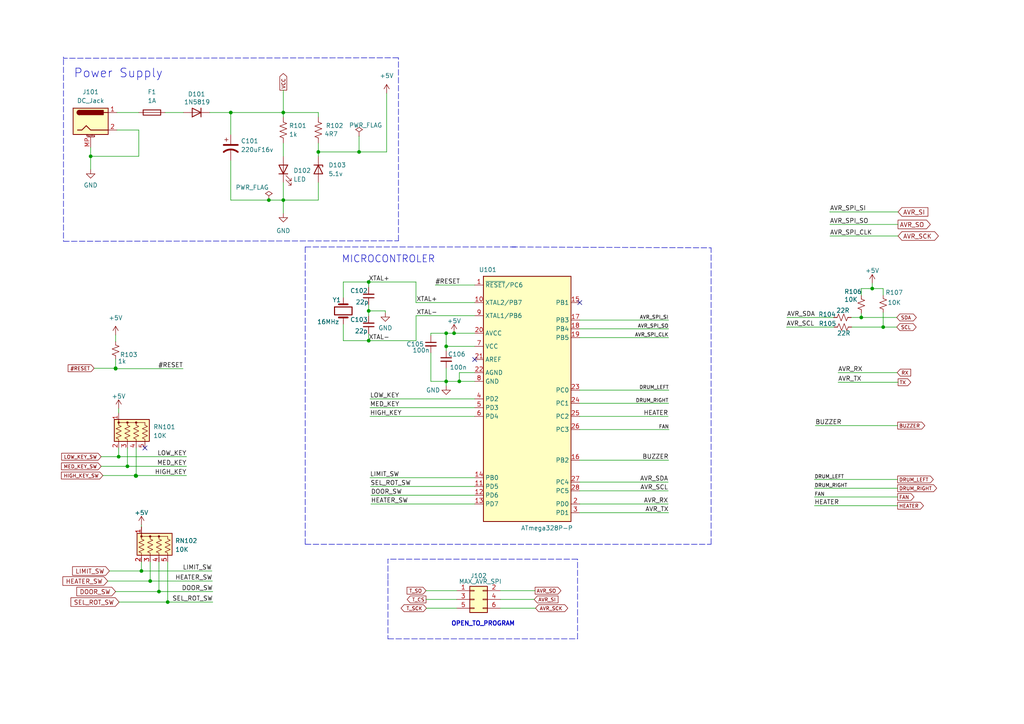
<source format=kicad_sch>
(kicad_sch (version 20211123) (generator eeschema)
  (paper "A4")
  (title_block (title "MCU AND POWER SECTION") (date "2022-11-14") (rev "V1.1"))
  (lib_symbols
    (symbol "Connector:Barrel_Jack_MountingPin" (pin_names hide)
      (property "Reference" "J" (at 0 5.334 0))
      (property "Value" "Barrel_Jack_MountingPin" (at 1.27 -6.35 0))
      (symbol "Barrel_Jack_MountingPin_0_1"
        (rectangle (start -5.08 3.81) (end 5.08 -3.81) (stroke (width 0.254)) (fill (type background)))
        (arc (start -3.302 3.175) (mid -3.937 2.54) (end -3.302 1.905) (stroke (width 0.254)))
        (arc (start -3.302 3.175) (mid -3.937 2.54) (end -3.302 1.905) (stroke (width 0.254)) (fill (type outline)))
        (polyline (pts (xy 5.08 2.54) (xy 3.81 2.54)) (stroke (width 0.254)))
        (polyline (pts (xy -3.81 -2.54) (xy -2.54 -2.54) (xy -1.27 -1.27) (xy 0 -2.54) (xy 2.54 -2.54) (xy 5.08 -2.54)) (stroke (width 0.254)))
        (rectangle (start 3.683 3.175) (end -3.302 1.905) (stroke (width 0.254)) (fill (type outline)))
      )
      (symbol "Barrel_Jack_MountingPin_1_1"
        (polyline (pts (xy -1.016 -4.572) (xy 1.016 -4.572)) (stroke (width 0.1524)))
        (text "Mounting" (at 0 -4.191 0) (effects (font (size 0.381 0.381))))
        (pin passive line (at 7.62 2.54 180) (length 2.54) (name "~") (number "1"))
        (pin passive line (at 7.62 -2.54 180) (length 2.54) (name "~") (number "2"))
        (pin passive line (at 0 -7.62 90) (length 3.048) (name "MountPin") (number "MP"))
      )
    )
    (symbol "Connector_Generic:Conn_02x03_Odd_Even" (pin_names (offset 1.016) hide)
      (property "Reference" "J" (at 1.27 5.08 0))
      (property "Value" "Conn_02x03_Odd_Even" (at 1.27 -5.08 0))
      (symbol "Conn_02x03_Odd_Even_1_1"
        (rectangle (start -1.27 -2.413) (end 0 -2.667) (stroke (width 0.1524)))
        (rectangle (start -1.27 0.127) (end 0 -0.127) (stroke (width 0.1524)))
        (rectangle (start -1.27 2.667) (end 0 2.413) (stroke (width 0.1524)))
        (rectangle (start -1.27 3.81) (end 3.81 -3.81) (stroke (width 0.254)) (fill (type background)))
        (rectangle (start 3.81 -2.413) (end 2.54 -2.667) (stroke (width 0.1524)))
        (rectangle (start 3.81 0.127) (end 2.54 -0.127) (stroke (width 0.1524)))
        (rectangle (start 3.81 2.667) (end 2.54 2.413) (stroke (width 0.1524)))
        (pin passive line (at -5.08 2.54 0) (length 3.81) (name "Pin_1") (number "1"))
        (pin passive line (at 7.62 2.54 180) (length 3.81) (name "Pin_2") (number "2"))
        (pin passive line (at -5.08 0 0) (length 3.81) (name "Pin_3") (number "3"))
        (pin passive line (at 7.62 0 180) (length 3.81) (name "Pin_4") (number "4"))
        (pin passive line (at -5.08 -2.54 0) (length 3.81) (name "Pin_5") (number "5"))
        (pin passive line (at 7.62 -2.54 180) (length 3.81) (name "Pin_6") (number "6"))
      )
    )
    (symbol "Device:C_Polarized_US" (pin_numbers hide) (pin_names (offset 0.254) hide)
      (property "Reference" "C" (at 0.635 2.54 0))
      (property "Value" "C_Polarized_US" (at 0.635 -2.54 0))
      (symbol "C_Polarized_US_0_1"
        (polyline (pts (xy -2.032 0.762) (xy 2.032 0.762)) (stroke (width 0.508)))
        (polyline (pts (xy -1.778 2.286) (xy -0.762 2.286)))
        (polyline (pts (xy -1.27 1.778) (xy -1.27 2.794)))
        (arc (start 2.032 -1.27) (mid 0 -0.5572) (end -2.032 -1.27) (stroke (width 0.508)))
      )
      (symbol "C_Polarized_US_1_1"
        (pin passive line (at 0 3.81 270) (length 2.794) (name "~") (number "1"))
        (pin passive line (at 0 -3.81 90) (length 3.302) (name "~") (number "2"))
      )
    )
    (symbol "Device:C_Small" (pin_numbers hide) (pin_names (offset 0.254) hide)
      (property "Reference" "C" (at 0.254 1.778 0))
      (property "Value" "C_Small" (at 0.254 -2.032 0))
      (symbol "C_Small_0_1"
        (polyline (pts (xy -1.524 -0.508) (xy 1.524 -0.508)) (stroke (width 0.3302)))
        (polyline (pts (xy -1.524 0.508) (xy 1.524 0.508)) (stroke (width 0.3048)))
      )
      (symbol "C_Small_1_1"
        (pin passive line (at 0 2.54 270) (length 2.032) (name "~") (number "1"))
        (pin passive line (at 0 -2.54 90) (length 2.032) (name "~") (number "2"))
      )
    )
    (symbol "Device:Crystal" (pin_numbers hide) (pin_names (offset 1.016) hide)
      (property "Reference" "Y" (at 0 3.81 0))
      (property "Value" "Crystal" (at 0 -3.81 0))
      (symbol "Crystal_0_1"
        (rectangle (start -1.143 2.54) (end 1.143 -2.54) (stroke (width 0.3048)))
        (polyline (pts (xy -2.54 0) (xy -1.905 0)))
        (polyline (pts (xy -1.905 -1.27) (xy -1.905 1.27)) (stroke (width 0.508)))
        (polyline (pts (xy 1.905 -1.27) (xy 1.905 1.27)) (stroke (width 0.508)))
        (polyline (pts (xy 2.54 0) (xy 1.905 0)))
      )
      (symbol "Crystal_1_1"
        (pin passive line (at -3.81 0 0) (length 1.27) (name "1") (number "1"))
        (pin passive line (at 3.81 0 180) (length 1.27) (name "2") (number "2"))
      )
    )
    (symbol "Device:D" (pin_numbers hide) (pin_names (offset 1.016) hide)
      (property "Reference" "D" (at 0 2.54 0))
      (property "Value" "D" (at 0 -2.54 0))
      (symbol "D_0_1"
        (polyline (pts (xy -1.27 1.27) (xy -1.27 -1.27)) (stroke (width 0.254)))
        (polyline (pts (xy 1.27 0) (xy -1.27 0)))
        (polyline (pts (xy 1.27 1.27) (xy 1.27 -1.27) (xy -1.27 0) (xy 1.27 1.27)) (stroke (width 0.254)))
      )
      (symbol "D_1_1"
        (pin passive line (at -3.81 0 0) (length 2.54) (name "K") (number "1"))
        (pin passive line (at 3.81 0 180) (length 2.54) (name "A") (number "2"))
      )
    )
    (symbol "Device:D_Zener" (pin_numbers hide) (pin_names (offset 1.016) hide)
      (property "Reference" "D" (at 0 2.54 0))
      (property "Value" "D_Zener" (at 0 -2.54 0))
      (symbol "D_Zener_0_1"
        (polyline (pts (xy 1.27 0) (xy -1.27 0)))
        (polyline (pts (xy -1.27 -1.27) (xy -1.27 1.27) (xy -0.762 1.27)) (stroke (width 0.254)))
        (polyline (pts (xy 1.27 -1.27) (xy 1.27 1.27) (xy -1.27 0) (xy 1.27 -1.27)) (stroke (width 0.254)))
      )
      (symbol "D_Zener_1_1"
        (pin passive line (at -3.81 0 0) (length 2.54) (name "K") (number "1"))
        (pin passive line (at 3.81 0 180) (length 2.54) (name "A") (number "2"))
      )
    )
    (symbol "Device:Fuse" (pin_numbers hide) (pin_names (offset 0))
      (property "Reference" "F" (at 2.032 0 90))
      (property "Value" "Fuse" (at -1.905 0 90))
      (symbol "Fuse_0_1"
        (rectangle (start -0.762 -2.54) (end 0.762 2.54) (stroke (width 0.254)))
        (polyline (pts (xy 0 2.54) (xy 0 -2.54)))
      )
      (symbol "Fuse_1_1"
        (pin passive line (at 0 3.81 270) (length 1.27) (name "~") (number "1"))
        (pin passive line (at 0 -3.81 90) (length 1.27) (name "~") (number "2"))
      )
    )
    (symbol "Device:LED" (pin_numbers hide) (pin_names (offset 1.016) hide)
      (property "Reference" "D" (at 0 2.54 0))
      (property "Value" "LED" (at 0 -2.54 0))
      (symbol "LED_0_1"
        (polyline (pts (xy -1.27 -1.27) (xy -1.27 1.27)) (stroke (width 0.254)))
        (polyline (pts (xy -1.27 0) (xy 1.27 0)))
        (polyline (pts (xy 1.27 -1.27) (xy 1.27 1.27) (xy -1.27 0) (xy 1.27 -1.27)) (stroke (width 0.254)))
        (polyline (pts (xy -3.048 -0.762) (xy -4.572 -2.286) (xy -3.81 -2.286) (xy -4.572 -2.286) (xy -4.572 -1.524)))
        (polyline (pts (xy -1.778 -0.762) (xy -3.302 -2.286) (xy -2.54 -2.286) (xy -3.302 -2.286) (xy -3.302 -1.524)))
      )
      (symbol "LED_1_1"
        (pin passive line (at -3.81 0 0) (length 2.54) (name "K") (number "1"))
        (pin passive line (at 3.81 0 180) (length 2.54) (name "A") (number "2"))
      )
    )
    (symbol "Device:R_Network04_US" (pin_names (offset 0) hide)
      (property "Reference" "RN" (at -7.62 0 90))
      (property "Value" "R_Network04_US" (at 5.08 0 90))
      (symbol "R_Network04_US_0_1"
        (rectangle (start -6.35 -3.175) (end 3.81 3.175) (stroke (width 0.254)) (fill (type background)))
        (circle (center -5.08 2.286) (radius 0.254) (fill (type outline)))
        (circle (center -2.54 2.286) (radius 0.254) (fill (type outline)))
        (polyline (pts (xy -5.08 2.286) (xy 2.54 2.286)))
        (polyline (pts (xy -5.08 2.286) (xy -5.08 1.524) (xy -4.318 1.1684) (xy -5.842 0.508) (xy -4.318 -0.1524) (xy -5.842 -0.8382) (xy -4.318 -1.524) (xy -5.842 -2.1844) (xy -5.08 -2.54) (xy -5.08 -3.81)))
        (polyline (pts (xy -2.54 2.286) (xy -2.54 1.524) (xy -1.778 1.1684) (xy -3.302 0.508) (xy -1.778 -0.1524) (xy -3.302 -0.8382) (xy -1.778 -1.524) (xy -3.302 -2.1844) (xy -2.54 -2.54) (xy -2.54 -3.81)))
        (polyline (pts (xy 0 2.286) (xy 0 1.524) (xy 0.762 1.1684) (xy -0.762 0.508) (xy 0.762 -0.1524) (xy -0.762 -0.8382) (xy 0.762 -1.524) (xy -0.762 -2.1844) (xy 0 -2.54) (xy 0 -3.81)))
        (polyline (pts (xy 2.54 2.286) (xy 2.54 1.524) (xy 3.302 1.1684) (xy 1.778 0.508) (xy 3.302 -0.1524) (xy 1.778 -0.8382) (xy 3.302 -1.524) (xy 1.778 -2.1844) (xy 2.54 -2.54) (xy 2.54 -3.81)))
        (circle (center 0 2.286) (radius 0.254) (fill (type outline)))
      )
      (symbol "R_Network04_US_1_1"
        (pin passive line (at -5.08 5.08 270) (length 2.54) (name "common") (number "1"))
        (pin passive line (at -5.08 -5.08 90) (length 1.27) (name "R1") (number "2"))
        (pin passive line (at -2.54 -5.08 90) (length 1.27) (name "R2") (number "3"))
        (pin passive line (at 0 -5.08 90) (length 1.27) (name "R3") (number "4"))
        (pin passive line (at 2.54 -5.08 90) (length 1.27) (name "R4") (number "5"))
      )
    )
    (symbol "Device:R_Small_US" (pin_numbers hide) (pin_names (offset 0.254) hide)
      (property "Reference" "R" (at 0.762 0.508 0))
      (property "Value" "R_Small_US" (at 0.762 -1.016 0))
      (symbol "R_Small_US_1_1"
        (polyline (pts (xy 0 0) (xy 1.016 -0.381) (xy 0 -0.762) (xy -1.016 -1.143) (xy 0 -1.524)))
        (polyline (pts (xy 0 1.524) (xy 1.016 1.143) (xy 0 0.762) (xy -1.016 0.381) (xy 0 0)))
        (pin passive line (at 0 2.54 270) (length 1.016) (name "~") (number "1"))
        (pin passive line (at 0 -2.54 90) (length 1.016) (name "~") (number "2"))
      )
    )
    (symbol "Device:R_US" (pin_numbers hide) (pin_names (offset 0))
      (property "Reference" "R" (at 2.54 0 90))
      (property "Value" "R_US" (at -2.54 0 90))
      (symbol "R_US_0_1"
        (polyline (pts (xy 0 -2.286) (xy 0 -2.54)))
        (polyline (pts (xy 0 2.286) (xy 0 2.54)))
        (polyline (pts (xy 0 -0.762) (xy 1.016 -1.143) (xy 0 -1.524) (xy -1.016 -1.905) (xy 0 -2.286)))
        (polyline (pts (xy 0 0.762) (xy 1.016 0.381) (xy 0 0) (xy -1.016 -0.381) (xy 0 -0.762)))
        (polyline (pts (xy 0 2.286) (xy 1.016 1.905) (xy 0 1.524) (xy -1.016 1.143) (xy 0 0.762)))
      )
      (symbol "R_US_1_1"
        (pin passive line (at 0 3.81 270) (length 1.27) (name "~") (number "1"))
        (pin passive line (at 0 -3.81 90) (length 1.27) (name "~") (number "2"))
      )
    )
    (symbol "MCU_Microchip_ATmega:ATmega328P-P"
      (property "Reference" "U?" (at -11.43 37.465 0))
      (property "Value" "ATmega328P-P" (at 5.715 -37.465 0))
      (symbol "ATmega328P-P_0_1"
        (rectangle (start -12.7 -35.56) (end 12.7 35.56) (stroke (width 0.254)) (fill (type background)))
      )
      (symbol "ATmega328P-P_1_1"
        (pin bidirectional line (at -15.24 33.02 0) (length 2.54) (name "~{RESET}/PC6") (number "1"))
        (pin bidirectional line (at -15.24 27.94 0) (length 2.54) (name "XTAL2/PB7") (number "10"))
        (pin bidirectional line (at -15.24 -25.4 0) (length 2.54) (name "PD5") (number "11"))
        (pin bidirectional line (at -15.24 -27.94 0) (length 2.54) (name "PD6") (number "12"))
        (pin bidirectional line (at -15.24 -30.48 0) (length 2.54) (name "PD7") (number "13"))
        (pin bidirectional line (at -15.24 -22.86 0) (length 2.54) (name "PB0") (number "14"))
        (pin bidirectional line (at 15.24 27.94 180) (length 2.54) (name "PB1") (number "15"))
        (pin bidirectional line (at 15.24 -17.78 180) (length 2.54) (name "PB2") (number "16"))
        (pin bidirectional line (at 15.24 22.86 180) (length 2.54) (name "PB3") (number "17"))
        (pin bidirectional line (at 15.24 20.32 180) (length 2.54) (name "PB4") (number "18"))
        (pin bidirectional line (at 15.24 17.78 180) (length 2.54) (name "PB5") (number "19"))
        (pin bidirectional line (at 15.24 -30.48 180) (length 2.54) (name "PD0") (number "2"))
        (pin power_in line (at -15.24 19.05 0) (length 2.54) (name "AVCC") (number "20"))
        (pin passive line (at -15.24 11.43 0) (length 2.54) (name "AREF") (number "21"))
        (pin power_in line (at -15.24 7.62 0) (length 2.54) (name "AGND") (number "22"))
        (pin bidirectional line (at 15.24 2.54 180) (length 2.54) (name "PC0") (number "23"))
        (pin bidirectional line (at 15.24 -1.27 180) (length 2.54) (name "PC1") (number "24"))
        (pin bidirectional line (at 15.24 -5.08 180) (length 2.54) (name "PC2") (number "25"))
        (pin bidirectional line (at 15.24 -8.89 180) (length 2.54) (name "PC3") (number "26"))
        (pin bidirectional line (at 15.24 -24.13 180) (length 2.54) (name "PC4") (number "27"))
        (pin bidirectional line (at 15.24 -26.67 180) (length 2.54) (name "PC5") (number "28"))
        (pin bidirectional line (at 15.24 -33.02 180) (length 2.54) (name "PD1") (number "3"))
        (pin bidirectional line (at -15.24 0 0) (length 2.54) (name "PD2") (number "4"))
        (pin bidirectional line (at -15.24 -2.54 0) (length 2.54) (name "PD3") (number "5"))
        (pin bidirectional line (at -15.24 -5.08 0) (length 2.54) (name "PD4") (number "6"))
        (pin power_in line (at -15.24 15.24 0) (length 2.54) (name "VCC") (number "7"))
        (pin power_in line (at -15.24 5.08 0) (length 2.54) (name "GND") (number "8"))
        (pin bidirectional line (at -15.24 24.13 0) (length 2.54) (name "XTAL1/PB6") (number "9"))
      )
    )
    (symbol "power:+5V" (power) (pin_names (offset 0))
      (property "Value" "+5V" (at 0 3.556 0))
      (symbol "+5V_0_1"
        (polyline (pts (xy -0.762 1.27) (xy 0 2.54)))
        (polyline (pts (xy 0 0) (xy 0 2.54)))
        (polyline (pts (xy 0 2.54) (xy 0.762 1.27)))
      )
      (symbol "+5V_1_1"
        (pin power_in line (at 0 0 90) (length 0) hide (name "+5V") (number "1"))
      )
    )
    (symbol "power:GND" (power) (pin_names (offset 0))
      (property "Value" "GND" (at 0 -3.81 0))
      (symbol "GND_0_1"
        (polyline (pts (xy 0 0) (xy 0 -1.27) (xy 1.27 -1.27) (xy 0 -2.54) (xy -1.27 -1.27) (xy 0 -1.27)))
      )
      (symbol "GND_1_1"
        (pin power_in line (at 0 0 270) (length 0) hide (name "GND") (number "1"))
      )
    )
    (symbol "power:PWR_FLAG" (power) (pin_numbers hide) (pin_names (offset 0) hide)
      (property "Value" "PWR_FLAG" (at 0 3.81 0))
      (symbol "PWR_FLAG_0_0"
        (pin power_out line (at 0 0 90) (length 0) (name "pwr") (number "1"))
      )
      (symbol "PWR_FLAG_0_1"
        (polyline (pts (xy 0 0) (xy 0 1.27) (xy -1.016 1.905) (xy 0 2.54) (xy 1.016 1.905) (xy 0 1.27)))
      )
    )
  )
  (junction (at 39.497 138.049))
  (junction (at 26.289 45.339))
  (junction (at 43.561 168.529))
  (junction (at 104.14 44.069))
  (junction (at 106.934 90.17))
  (junction (at 33.528 106.807))
  (junction (at 39.37 138.049))
  (junction (at 66.929 32.639))
  (junction (at 33.528 106.934))
  (junction (at 256.159 94.869))
  (junction (at 46.101 171.577))
  (junction (at 129.413 96.647))
  (junction (at 129.413 110.617))
  (junction (at 77.978 58.039))
  (junction (at 133.223 110.617))
  (junction (at 41.021 165.608))
  (junction (at 92.329 44.069))
  (junction (at 82.169 32.639))
  (junction (at 36.957 135.255))
  (junction (at 34.417 132.461))
  (junction (at 249.809 92.075))
  (junction (at 106.934 81.788))
  (junction (at 106.934 98.806))
  (junction (at 39.37 137.922))
  (junction (at 48.641 174.625))
  (junction (at 82.169 58.039))
  (junction (at 252.984 83.693))
  (junction (at 131.699 96.647))
  (junction (at 129.413 100.457))
  (no_connect (at 168.148 87.757))
  (no_connect (at 42.037 129.921))
  (no_connect (at 137.668 104.267))
  (wire (pts (xy 48.641 162.941) (xy 48.641 174.625)))
  (wire (pts (xy 249.809 92.075) (xy 260.096 92.075)))
  (wire (pts (xy 43.561 168.529) (xy 61.595 168.529)))
  (wire (pts (xy 34.417 118.491) (xy 34.417 119.761)))
  (wire (pts (xy 41.021 165.608) (xy 61.468 165.608)))
  (wire (pts (xy 260.477 61.468) (xy 240.7158 61.468)))
  (wire (pts (xy 129.413 106.807) (xy 129.413 110.617)))
  (wire (pts (xy 249.809 85.725) (xy 249.809 83.693)))
  (wire (pts (xy 33.528 171.577) (xy 46.101 171.577)))
  (polyline (pts (xy 115.57 16.764) (xy 18.415 16.891)))
  (wire (pts (xy 31.242 168.529) (xy 43.561 168.529)))
  (wire (pts (xy 124.968 110.617) (xy 129.413 110.617)))
  (wire (pts (xy 40.259 37.719) (xy 40.259 45.339)))
  (polyline (pts (xy 167.513 185.293) (xy 167.513 162.179)))
  (polyline (pts (xy 88.519 71.628) (xy 88.519 157.861)))
  (wire (pts (xy 129.413 96.647) (xy 131.699 96.647)))
  (wire (pts (xy 36.957 135.255) (xy 54.102 135.255)))
  (polyline (pts (xy 112.522 168.021) (xy 112.522 162.179)))
  (wire (pts (xy 107.569 146.177) (xy 137.668 146.177)))
  (wire (pts (xy 240.7158 61.4172) (xy 240.7158 61.468)))
  (wire (pts (xy 92.329 58.039) (xy 82.169 58.039)))
  (wire (pts (xy 41.021 162.941) (xy 41.021 165.608)))
  (wire (pts (xy 168.148 116.967) (xy 193.929 116.967)))
  (wire (pts (xy 82.169 52.959) (xy 82.169 58.039)))
  (wire (pts (xy 92.329 52.959) (xy 92.329 58.039)))
  (wire (pts (xy 106.934 88.392) (xy 106.934 90.17)))
  (wire (pts (xy 107.442 141.097) (xy 137.668 141.097)))
  (wire (pts (xy 34.544 174.625) (xy 48.641 174.625)))
  (wire (pts (xy 66.929 46.609) (xy 66.929 58.039)))
  (wire (pts (xy 43.561 162.941) (xy 43.561 168.529)))
  (wire (pts (xy 39.497 138.049) (xy 39.37 138.049)))
  (wire (pts (xy 168.148 97.917) (xy 193.929 97.917)))
  (wire (pts (xy 39.37 137.922) (xy 54.102 137.922)))
  (wire (pts (xy 256.159 90.678) (xy 256.159 94.869)))
  (wire (pts (xy 26.289 45.339) (xy 26.289 42.799)))
  (wire (pts (xy 124.968 102.362) (xy 124.968 110.617)))
  (polyline (pts (xy 149.606 71.628) (xy 88.519 71.628)))
  (wire (pts (xy 104.14 44.069) (xy 112.141 44.069)))
  (wire (pts (xy 133.223 108.077) (xy 133.223 110.617)))
  (wire (pts (xy 123.698 176.403) (xy 132.461 176.403)))
  (wire (pts (xy 168.148 146.177) (xy 193.802 146.177)))
  (wire (pts (xy 99.568 93.98) (xy 99.568 98.806)))
  (polyline (pts (xy 18.415 17.145) (xy 18.415 69.977)))
  (polyline (pts (xy 88.519 157.861) (xy 206.248 157.861)))
  (wire (pts (xy 99.568 86.36) (xy 99.568 81.788)))
  (wire (pts (xy 252.984 82.169) (xy 252.984 83.693)))
  (wire (pts (xy 168.148 142.367) (xy 193.802 142.367)))
  (wire (pts (xy 33.528 106.934) (xy 53.086 106.934)))
  (wire (pts (xy 48.641 174.625) (xy 61.722 174.625)))
  (wire (pts (xy 133.223 110.617) (xy 137.668 110.617)))
  (wire (pts (xy 46.101 171.577) (xy 61.722 171.577)))
  (polyline (pts (xy 18.415 69.977) (xy 115.57 69.85)))
  (wire (pts (xy 29.337 132.461) (xy 34.417 132.461)))
  (wire (pts (xy 236.22 139.065) (xy 260.35 139.065)))
  (wire (pts (xy 107.315 138.557) (xy 137.668 138.557)))
  (wire (pts (xy 168.148 95.377) (xy 193.929 95.377)))
  (wire (pts (xy 256.159 94.869) (xy 260.096 94.869)))
  (wire (pts (xy 107.315 115.697) (xy 137.668 115.697)))
  (wire (pts (xy 120.6754 91.567) (xy 120.6754 98.806)))
  (wire (pts (xy 111.76 90.678) (xy 111.76 90.17)))
  (wire (pts (xy 107.569 143.637) (xy 137.668 143.637)))
  (wire (pts (xy 256.159 85.598) (xy 256.159 83.693)))
  (wire (pts (xy 236.22 141.605) (xy 260.35 141.605)))
  (wire (pts (xy 247.015 94.869) (xy 256.159 94.869)))
  (wire (pts (xy 66.929 38.989) (xy 66.929 32.639)))
  (polyline (pts (xy 115.57 69.85) (xy 115.57 16.764)))
  (wire (pts (xy 260.477 68.453) (xy 240.7158 68.453)))
  (polyline (pts (xy 112.522 168.275) (xy 112.522 185.293)))
  (wire (pts (xy 129.413 110.617) (xy 129.413 111.887)))
  (wire (pts (xy 249.809 90.805) (xy 249.809 92.075)))
  (wire (pts (xy 168.148 92.837) (xy 193.929 92.837)))
  (wire (pts (xy 92.329 44.069) (xy 104.14 44.069)))
  (wire (pts (xy 123.571 173.863) (xy 132.461 173.863)))
  (wire (pts (xy 39.37 138.049) (xy 39.37 137.922)))
  (wire (pts (xy 99.568 98.806) (xy 106.934 98.806)))
  (wire (pts (xy 106.934 81.788) (xy 106.934 83.312)))
  (wire (pts (xy 131.699 96.647) (xy 137.668 96.647)))
  (wire (pts (xy 29.845 137.922) (xy 39.37 137.922)))
  (wire (pts (xy 92.329 41.529) (xy 92.329 44.069)))
  (wire (pts (xy 104.14 39.497) (xy 104.14 44.069)))
  (wire (pts (xy 120.65 87.757) (xy 120.65 81.788)))
  (wire (pts (xy 236.22 146.685) (xy 260.35 146.685)))
  (wire (pts (xy 249.809 83.693) (xy 252.984 83.693)))
  (wire (pts (xy 168.148 113.157) (xy 194.0052 113.157)))
  (wire (pts (xy 92.329 32.639) (xy 82.169 32.639)))
  (wire (pts (xy 126.238 82.677) (xy 137.668 82.677)))
  (wire (pts (xy 246.888 92.075) (xy 249.809 92.075)))
  (wire (pts (xy 33.909 32.639) (xy 40.259 32.639)))
  (wire (pts (xy 82.169 41.529) (xy 82.169 45.339)))
  (wire (pts (xy 33.909 37.719) (xy 40.259 37.719)))
  (polyline (pts (xy 112.522 185.293) (xy 167.513 185.293)))
  (wire (pts (xy 236.474 123.444) (xy 260.35 123.444)))
  (wire (pts (xy 124.968 96.647) (xy 129.413 96.647)))
  (wire (pts (xy 168.148 148.717) (xy 193.929 148.717)))
  (wire (pts (xy 99.568 81.788) (xy 106.934 81.788)))
  (wire (pts (xy 33.528 106.934) (xy 33.528 106.807)))
  (wire (pts (xy 137.668 108.077) (xy 133.223 108.077)))
  (wire (pts (xy 26.289 45.339) (xy 40.259 45.339)))
  (polyline (pts (xy 148.463 71.628) (xy 206.248 71.882)))
  (wire (pts (xy 107.315 120.777) (xy 137.668 120.777)))
  (wire (pts (xy 168.148 124.587) (xy 194.056 124.587)))
  (wire (pts (xy 31.75 165.608) (xy 41.021 165.608)))
  (wire (pts (xy 145.161 171.323) (xy 155.194 171.323)))
  (wire (pts (xy 243.078 110.871) (xy 260.477 110.871)))
  (wire (pts (xy 29.337 135.255) (xy 36.957 135.255)))
  (wire (pts (xy 82.169 26.162) (xy 82.169 32.639)))
  (wire (pts (xy 34.417 129.921) (xy 34.417 132.461)))
  (wire (pts (xy 66.929 58.039) (xy 77.978 58.039)))
  (wire (pts (xy 82.169 33.909) (xy 82.169 32.639)))
  (wire (pts (xy 111.76 90.17) (xy 106.934 90.17)))
  (wire (pts (xy 106.934 98.806) (xy 120.6754 98.806)))
  (wire (pts (xy 41.021 152.273) (xy 41.021 152.781)))
  (wire (pts (xy 106.934 98.806) (xy 106.934 96.774)))
  (wire (pts (xy 112.141 27.051) (xy 112.141 44.069)))
  (wire (pts (xy 33.528 97.155) (xy 33.528 99.06)))
  (wire (pts (xy 36.957 129.921) (xy 36.957 135.255)))
  (wire (pts (xy 39.497 129.921) (xy 39.497 138.049)))
  (wire (pts (xy 129.413 96.647) (xy 129.413 100.457)))
  (wire (pts (xy 82.169 32.639) (xy 66.929 32.639)))
  (wire (pts (xy 60.833 32.639) (xy 66.929 32.639)))
  (wire (pts (xy 82.169 58.039) (xy 82.169 61.849)))
  (wire (pts (xy 129.413 110.617) (xy 133.223 110.617)))
  (wire (pts (xy 145.161 173.863) (xy 154.94 173.863)))
  (wire (pts (xy 107.315 118.237) (xy 137.668 118.237)))
  (wire (pts (xy 124.968 97.282) (xy 124.968 96.647)))
  (wire (pts (xy 46.101 162.941) (xy 46.101 171.577)))
  (wire (pts (xy 228.219 92.075) (xy 241.808 92.075)))
  (wire (pts (xy 123.571 171.323) (xy 132.461 171.323)))
  (wire (pts (xy 120.65 81.788) (xy 106.934 81.788)))
  (wire (pts (xy 26.289 45.339) (xy 26.289 49.149)))
  (wire (pts (xy 236.22 144.145) (xy 260.35 144.145)))
  (wire (pts (xy 137.668 87.757) (xy 120.65 87.757)))
  (polyline (pts (xy 206.248 157.861) (xy 206.248 71.882)))
  (wire (pts (xy 243.078 108.077) (xy 260.223 108.077)))
  (wire (pts (xy 92.329 44.069) (xy 92.329 45.339)))
  (wire (pts (xy 168.148 139.827) (xy 193.802 139.827)))
  (wire (pts (xy 260.4516 65.1002) (xy 240.6904 65.1002)))
  (wire (pts (xy 168.148 120.777) (xy 193.802 120.777)))
  (wire (pts (xy 145.161 176.403) (xy 155.321 176.403)))
  (polyline (pts (xy 18.415 16.51) (xy 18.415 16.891)))
  (wire (pts (xy 256.159 83.693) (xy 252.984 83.693)))
  (wire (pts (xy 129.413 101.727) (xy 129.413 100.457)))
  (wire (pts (xy 34.417 132.461) (xy 54.102 132.461)))
  (wire (pts (xy 129.413 100.457) (xy 137.668 100.457)))
  (wire (pts (xy 92.329 33.909) (xy 92.329 32.639)))
  (wire (pts (xy 168.148 133.477) (xy 193.929 133.477)))
  (wire (pts (xy 47.879 32.639) (xy 53.213 32.639)))
  (wire (pts (xy 27.305 106.807) (xy 33.528 106.807)))
  (wire (pts (xy 228.092 94.869) (xy 241.935 94.869)))
  (wire (pts (xy 106.934 90.17) (xy 106.934 91.694)))
  (wire (pts (xy 33.528 104.14) (xy 33.528 106.807)))
  (polyline (pts (xy 167.513 162.179) (xy 112.522 162.179)))
  (wire (pts (xy 137.668 91.567) (xy 120.6754 91.567)))
  (wire (pts (xy 77.978 58.039) (xy 82.169 58.039)))
  (text "OPEN_TO_PROGRAM" (at 130.81 181.737 0) (effects (font (size 1.27 1.27) (thickness 0.254) bold) (justify left bottom)))
  (text "Power Supply" (at 21.336 22.86 0) (effects (font (size 2.54 2.54)) (justify left bottom)))
  (text "MICROCONTROLER" (at 99.06 76.454 0) (effects (font (size 2.032 2.032)) (justify left bottom)))
  (label "LOW_KEY" (at 54.102 132.461 180))
  (label "AVR_SDA" (at 228.219 92.075 0))
  (label "AVR_SDA" (at 193.802 139.827 180))
  (label "AVR_SPI_CLK" (at 193.929 97.917 180) (effects (font (size 1.016 1.016))))
  (label "AVR_SPI_SO" (at 193.929 95.377 180) (effects (font (size 1.016 1.016))))
  (label "AVR_SPI_SI" (at 240.7158 61.4172 0))
  (label "DOOR_SW" (at 61.722 171.577 180))
  (label "DRUM_LEFT" (at 194.0052 113.157 180) (effects (font (size 1.016 1.016))))
  (label "AVR_TX" (at 243.078 110.871 0))
  (label "FAN" (at 236.22 144.145 0) (effects (font (size 1.016 1.016))))
  (label "MED_KEY" (at 54.102 135.255 180))
  (label "HEATER_SW" (at 61.595 168.529 180))
  (label "XTAL-" (at 126.873 91.567 180))
  (label "DRUM_RIGHT" (at 236.22 141.605 0) (effects (font (size 1.016 1.016))))
  (label "DRUM_RIGHT" (at 193.929 116.967 180) (effects (font (size 1.016 1.016))))
  (label "#RESET" (at 126.238 82.677 0))
  (label "LOW_KEY" (at 107.315 115.697 0))
  (label "AVR_SPI_SI" (at 193.929 92.837 180) (effects (font (size 1.016 1.016))))
  (label "AVR_SPI_SO" (at 240.6904 65.1002 0))
  (label "XTAL+" (at 120.777 87.757 0))
  (label "HEATER_SW" (at 107.569 146.177 0))
  (label "AVR_SPI_CLK" (at 240.7158 68.453 0))
  (label "HIGH_KEY" (at 107.315 120.777 0))
  (label "AVR_RX" (at 243.078 108.077 0))
  (label "LIMIT_SW" (at 107.315 138.557 0))
  (label "BUZZER" (at 236.474 123.444 0))
  (label "FAN" (at 194.056 124.587 180) (effects (font (size 1.016 1.016))))
  (label "AVR_SCL" (at 228.092 94.869 0))
  (label "XTAL-" (at 106.934 98.806 0))
  (label "MED_KEY" (at 107.315 118.237 0))
  (label "DRUM_LEFT" (at 236.22 139.065 0) (effects (font (size 1.016 1.016))))
  (label "LIMIT_SW" (at 61.468 165.608 180))
  (label "DOOR_SW" (at 107.569 143.637 0))
  (label "HEATER" (at 193.802 120.777 180))
  (label "BUZZER" (at 193.929 133.477 180))
  (label "#RESET" (at 53.086 106.934 180))
  (label "HIGH_KEY" (at 54.102 137.922 180))
  (label "HEATER" (at 236.22 146.685 0))
  (label "AVR_SCL" (at 193.802 142.367 180))
  (label "SEL_ROT_SW" (at 107.442 141.097 0))
  (label "AVR_TX" (at 193.929 148.717 180))
  (label "SEL_ROT_SW" (at 61.722 174.625 180))
  (label "AVR_RX" (at 193.802 146.177 180))
  (label "XTAL+" (at 106.934 81.788 0))
  (global_label "AVR_SCK" (shape bidirectional) (at 155.321 176.403 0) (effects (font (size 1.016 1.016))) (property "Intersheet References" "${INTERSHEET_REFS}" (effects hide)))
  (global_label "T_SO" (shape input) (at 123.571 171.323 180) (effects (font (size 1.016 1.016))) (property "Intersheet References" "${INTERSHEET_REFS}" (effects hide)))
  (global_label "AVR_SO" (shape output) (at 260.4516 65.1002 0) (property "Intersheet References" "${INTERSHEET_REFS}" (effects hide)))
  (global_label "DOOR_SW" (shape input) (at 33.528 171.577 180) (property "Intersheet References" "${INTERSHEET_REFS}" (effects hide)))
  (global_label "AVR_SO" (shape output) (at 155.194 171.323 0) (effects (font (size 1.016 1.016))) (property "Intersheet References" "${INTERSHEET_REFS}" (effects hide)))
  (global_label "TX" (shape output) (at 260.477 110.871 0) (effects (font (size 1.016 1.016))) (property "Intersheet References" "${INTERSHEET_REFS}" (effects hide)))
  (global_label "DRUM_LEFT" (shape output) (at 260.35 139.065 0) (effects (font (size 1.016 1.016))) (property "Intersheet References" "${INTERSHEET_REFS}" (effects hide)))
  (global_label "VCC" (shape output) (at 82.169 26.162 90) (effects (font (size 1.016 1.016))) (property "Intersheet References" "${INTERSHEET_REFS}" (effects hide)))
  (global_label "DRUM_RIGHT" (shape output) (at 260.35 141.605 0) (effects (font (size 1.016 1.016))) (property "Intersheet References" "${INTERSHEET_REFS}" (effects hide)))
  (global_label "AVR_SI" (shape input) (at 260.477 61.468 0) (property "Intersheet References" "${INTERSHEET_REFS}" (effects hide)))
  (global_label "AVR_SCK" (shape bidirectional) (at 260.477 68.453 0) (property "Intersheet References" "${INTERSHEET_REFS}" (effects hide)))
  (global_label "RX" (shape input) (at 260.223 108.077 0) (effects (font (size 1.016 1.016))) (property "Intersheet References" "${INTERSHEET_REFS}" (effects hide)))
  (global_label "T_SCK" (shape bidirectional) (at 123.698 176.403 180) (effects (font (size 1.016 1.016))) (property "Intersheet References" "${INTERSHEET_REFS}" (effects hide)))
  (global_label "AVR_SI" (shape input) (at 154.94 173.863 0) (effects (font (size 1.016 1.016))) (property "Intersheet References" "${INTERSHEET_REFS}" (effects hide)))
  (global_label "SEL_ROT_SW" (shape input) (at 34.544 174.625 180) (property "Intersheet References" "${INTERSHEET_REFS}" (effects hide)))
  (global_label "MED_KEY_SW" (shape input) (at 29.337 135.255 180) (effects (font (size 1.016 1.016))) (property "Intersheet References" "${INTERSHEET_REFS}" (effects hide)))
  (global_label "LIMIT_SW" (shape input) (at 31.75 165.608 180) (property "Intersheet References" "${INTERSHEET_REFS}" (effects hide)))
  (global_label "T_CS" (shape output) (at 123.571 173.863 180) (effects (font (size 1.016 1.016))) (property "Intersheet References" "${INTERSHEET_REFS}" (effects hide)))
  (global_label "HEATER_SW" (shape input) (at 31.242 168.529 180) (property "Intersheet References" "${INTERSHEET_REFS}" (effects hide)))
  (global_label "LOW_KEY_SW" (shape input) (at 29.337 132.461 180) (effects (font (size 1.016 1.016))) (property "Intersheet References" "${INTERSHEET_REFS}" (effects hide)))
  (global_label "FAN" (shape output) (at 260.35 144.145 0) (effects (font (size 1.016 1.016))) (property "Intersheet References" "${INTERSHEET_REFS}" (effects hide)))
  (global_label "HIGH_KEY_SW" (shape input) (at 29.845 137.922 180) (effects (font (size 1.016 1.016))) (property "Intersheet References" "${INTERSHEET_REFS}" (effects hide)))
  (global_label "#RESET" (shape input) (at 27.305 106.807 180) (effects (font (size 1.016 1.016))) (property "Intersheet References" "${INTERSHEET_REFS}" (effects hide)))
  (global_label "HEATER" (shape output) (at 260.35 146.685 0) (effects (font (size 1.016 1.016))) (property "Intersheet References" "${INTERSHEET_REFS}" (effects hide)))
  (global_label "SCL" (shape bidirectional) (at 260.096 94.869 0) (effects (font (size 1.016 1.016))) (property "Intersheet References" "${INTERSHEET_REFS}" (effects hide)))
  (global_label "SDA" (shape bidirectional) (at 260.096 92.075 0) (effects (font (size 1.016 1.016))) (property "Intersheet References" "${INTERSHEET_REFS}" (effects hide)))
  (global_label "BUZZER" (shape output) (at 260.35 123.444 0) (effects (font (size 1.016 1.016))) (property "Intersheet References" "${INTERSHEET_REFS}" (effects hide)))
  (symbol (lib_id "power:+5V") (at 112.141 27.051 0) (unit 1)
    (property "Reference" "#PWR06" (effects hide))
    (property "Value" "+5V" (at 112.141 21.971 0))
  )
  (symbol (lib_id "power:GND") (at 26.289 49.149 0) (unit 1)
    (property "Reference" "#PWR01" (effects hide))
    (property "Value" "GND" (at 26.289 53.721 0))
  )
  (symbol (lib_id "Device:R_Small_US") (at 244.475 94.869 90) (unit 1)
    (property "Reference" "R105" (at 240.03 93.853 90))
    (property "Value" "22R" (at 244.729 96.647 90))
    (property "Footprint" "Resistor_THT:R_Axial_DIN0207_L6.3mm_D2.5mm_P10.16mm_Horizontal" (effects hide))
  )
  (symbol (lib_id "power:+5V") (at 34.417 118.491 0) (unit 1)
    (property "Reference" "#PWR03" (effects hide))
    (property "Value" "+5V" (at 34.417 114.935 0))
  )
  (symbol (lib_id "power:+5V") (at 252.984 82.169 0) (unit 1)
    (property "Reference" "#PWR09" (effects hide))
    (property "Value" "+5V" (at 252.984 78.486 0))
  )
  (symbol (lib_id "power:GND") (at 129.413 111.887 0) (unit 1)
    (property "Reference" "#PWR07" (effects hide))
    (property "Value" "GND" (at 125.603 113.157 0))
  )
  (symbol (lib_id "power:GND") (at 82.169 61.849 0) (unit 1)
    (property "Reference" "#PWRGND01" (effects hide))
    (property "Value" "GND" (at 82.169 66.929 0))
  )
  (symbol (lib_id "power:PWR_FLAG") (at 104.14 39.497 0) (unit 1)
    (property "Reference" "#FLG02" (effects hide))
    (property "Value" "PWR_FLAG" (at 106.045 36.322 0))
  )
  (symbol (lib_id "Device:R_Small_US") (at 33.528 101.6 0) (unit 1)
    (property "Reference" "R103" (at 34.798 102.87 0) (effects (justify left)))
    (property "Value" "1k" (at 34.163 104.775 0) (effects (justify left)))
    (property "Footprint" "Resistor_THT:R_Axial_DIN0207_L6.3mm_D2.5mm_P10.16mm_Horizontal" (effects hide))
  )
  (symbol (lib_id "Device:C_Small") (at 129.413 104.267 0) (unit 1)
    (property "Reference" "C106" (at 129.921 102.743 0) (effects (justify left)))
    (property "Value" "100n" (at 130.429 106.553 0) (effects (justify left)))
    (property "Footprint" "Capacitor_THT:C_Disc_D4.3mm_W1.9mm_P5.00mm" (effects hide))
  )
  (symbol (lib_id "Device:R_Network04_US") (at 46.101 157.861 0) (unit 1)
    (property "Reference" "RN102" (at 50.8 156.8449 0) (effects (justify left)))
    (property "Value" "10K" (at 50.8 159.3849 0) (effects (justify left)))
    (property "Footprint" "Resistor_THT:R_Array_SIP5" (effects hide))
    (property "Datasheet" "http://www.vishay.com/docs/31509/csc.pdf" (effects hide))
  )
  (symbol (lib_id "Device:C_Small") (at 124.968 99.822 0) (unit 1)
    (property "Reference" "C105" (at 117.856 99.822 0) (effects (justify left)))
    (property "Value" "100n" (at 119.634 101.6 0) (effects (justify left)))
    (property "Footprint" "Capacitor_THT:C_Disc_D4.3mm_W1.9mm_P5.00mm" (effects hide))
  )
  (symbol (lib_id "Device:R_Small_US") (at 244.348 92.075 90) (unit 1)
    (property "Reference" "R104" (at 239.903 91.186 90))
    (property "Value" "22R" (at 244.475 90.043 90))
    (property "Footprint" "Resistor_THT:R_Axial_DIN0207_L6.3mm_D2.5mm_P10.16mm_Horizontal" (effects hide))
  )
  (symbol (lib_id "Device:R_US") (at 92.329 37.719 180) (unit 1)
    (property "Reference" "R102" (at 94.488 36.449 0) (effects (justify right)))
    (property "Value" "4R7" (at 94.107 38.862 0) (effects (justify right)))
    (property "Footprint" "Resistor_THT:R_Axial_DIN0207_L6.3mm_D2.5mm_P10.16mm_Horizontal" (effects hide))
  )
  (symbol (lib_id "power:GND") (at 111.76 90.678 0) (unit 1)
    (property "Reference" "#PWR05" (effects hide))
    (property "Value" "GND" (at 111.76 95.123 0))
  )
  (symbol (lib_id "Device:R_US") (at 82.169 37.719 180) (unit 1)
    (property "Reference" "R101" (at 83.82 36.4489 0) (effects (justify right)))
    (property "Value" "1k" (at 83.82 38.9889 0) (effects (justify right)))
    (property "Footprint" "Resistor_THT:R_Axial_DIN0207_L6.3mm_D2.5mm_P10.16mm_Horizontal" (effects hide))
  )
  (symbol (lib_id "power:+5V") (at 33.528 97.155 0) (unit 1)
    (property "Reference" "#PWR02" (effects hide))
    (property "Value" "+5V" (at 33.528 92.202 0))
  )
  (symbol (lib_id "Device:Crystal") (at 99.568 90.17 90) (unit 1)
    (property "Reference" "Y1" (at 96.393 86.995 90) (effects (justify right)))
    (property "Value" "16MHz" (at 91.948 93.345 90) (effects (justify right)))
    (property "Footprint" "Crystal:Crystal_HC18-U_Vertical" (effects hide))
  )
  (symbol (lib_id "Device:C_Polarized_US") (at 66.929 42.799 0) (unit 1)
    (property "Reference" "C101" (at 69.85 40.8939 0) (effects (justify left)))
    (property "Value" "220uF16v" (at 69.85 43.4339 0) (effects (justify left)))
    (property "Footprint" "Capacitor_THT:CP_Radial_D8.0mm_P5.00mm" (effects hide))
  )
  (symbol (lib_id "Device:LED") (at 82.169 49.149 90) (unit 1)
    (property "Reference" "D102" (at 85.09 49.4664 90) (effects (justify right)))
    (property "Value" "LED" (at 85.09 52.0064 90) (effects (justify right)))
    (property "Footprint" "LED_THT:LED_D3.0mm" (effects hide))
  )
  (symbol (lib_id "power:PWR_FLAG") (at 77.978 58.039 0) (unit 1)
    (property "Reference" "#FLG01" (effects hide))
    (property "Value" "PWR_FLAG" (at 73.152 54.356 0))
  )
  (symbol (lib_id "Device:C_Small") (at 106.934 94.234 180) (unit 1)
    (property "Reference" "C103" (at 106.68 92.71 0) (effects (justify left)))
    (property "Value" "22p" (at 106.68 96.012 0) (effects (justify left)))
    (property "Footprint" "Capacitor_THT:C_Disc_D3.0mm_W1.6mm_P2.50mm" (effects hide))
  )
  (symbol (lib_id "Device:R_Network04_US") (at 39.497 124.841 0) (unit 1)
    (property "Reference" "RN101" (at 44.45 123.8249 0) (effects (justify left)))
    (property "Value" "10K" (at 44.45 126.3649 0) (effects (justify left)))
    (property "Footprint" "Resistor_THT:R_Array_SIP5" (effects hide))
    (property "Datasheet" "http://www.vishay.com/docs/31509/csc.pdf" (effects hide))
  )
  (symbol (lib_id "Device:R_Small_US") (at 249.809 88.265 0) (unit 1)
    (property "Reference" "R106" (at 244.856 84.582 0) (effects (justify left)))
    (property "Value" "10K" (at 244.856 86.868 0) (effects (justify left)))
    (property "Footprint" "Resistor_THT:R_Axial_DIN0207_L6.3mm_D2.5mm_P10.16mm_Horizontal" (effects hide))
  )
  (symbol (lib_id "power:+5V") (at 131.699 96.647 0) (unit 1)
    (property "Reference" "#PWR08" (effects hide))
    (property "Value" "+5V" (at 131.699 93.091 0))
  )
  (symbol (lib_id "Device:D_Zener") (at 92.329 49.149 270) (unit 1)
    (property "Reference" "D103" (at 95.25 47.8789 90) (effects (justify left)))
    (property "Value" "5.1v" (at 95.25 50.4189 90) (effects (justify left)))
    (property "Footprint" "Diode_THT:D_5W_P10.16mm_Horizontal" (effects hide))
  )
  (symbol (lib_id "Device:C_Small") (at 106.934 85.852 180) (unit 1)
    (property "Reference" "C102" (at 106.68 84.328 0) (effects (justify left)))
    (property "Value" "22p" (at 106.934 87.63 0) (effects (justify left)))
    (property "Footprint" "Capacitor_THT:C_Disc_D3.0mm_W1.6mm_P2.50mm" (effects hide))
  )
  (symbol (lib_id "Connector_Generic:Conn_02x03_Odd_Even") (at 137.541 173.863 0) (unit 1)
    (property "Reference" "J102" (at 138.811 167.005 0))
    (property "Value" " MAX_AVR_SPI" (at 138.811 168.656 0))
    (property "Footprint" "Connector_PinHeader_2.54mm:PinHeader_2x03_P2.54mm_Vertical" (effects hide))
  )
  (symbol (lib_id "Device:D") (at 57.023 32.639 180) (unit 1)
    (property "Reference" "D101" (at 57.023 27.305 0))
    (property "Value" "1N5819" (at 57.15 29.591 0))
    (property "Footprint" "Diode_THT:D_A-405_P7.62mm_Horizontal" (effects hide))
  )
  (symbol (lib_id "MCU_Microchip_ATmega:ATmega328P-P") (at 152.908 115.697 0) (unit 1)
    (property "Reference" "U101" (at 141.478 78.232 0))
    (property "Value" "ATmega328P-P" (at 158.623 153.162 0))
    (property "Footprint" "Package_DIP:DIP-28_W7.62mm_Socket_LongPads" (effects hide))
    (property "Datasheet" "http://ww1.microchip.com/downloads/en/DeviceDoc/ATmega328_P%20AVR%20MCU%20with%20picoPower%20Technology%20Data%20Sheet%2040001984A.pdf" (effects hide))
  )
  (symbol (lib_id "Device:Fuse") (at 44.069 32.639 90) (unit 1)
    (property "Reference" "F1" (at 44.069 26.67 90))
    (property "Value" "1A" (at 44.069 29.21 90))
    (property "Footprint" "Fuse:Fuseholder_Littelfuse_100_series_5x20mm" (effects hide))
  )
  (symbol (lib_id "Device:R_Small_US") (at 256.159 88.138 0) (unit 1)
    (property "Reference" "R107" (at 256.794 84.836 0) (effects (justify left)))
    (property "Value" "10K" (at 257.429 87.757 0) (effects (justify left)))
    (property "Footprint" "Resistor_THT:R_Axial_DIN0207_L6.3mm_D2.5mm_P10.16mm_Horizontal" (effects hide))
  )
  (symbol (lib_id "power:+5V") (at 41.021 152.273 0) (unit 1)
    (property "Reference" "#PWR04" (effects hide))
    (property "Value" "+5V" (at 41.021 148.717 0))
  )
  (symbol (lib_id "Connector:Barrel_Jack_MountingPin") (at 26.289 35.179 0) (unit 1)
    (property "Reference" "J101" (at 26.289 26.67 0))
    (property "Value" "DC_Jack" (at 26.289 29.21 0))
    (property "Footprint" "Connector_BarrelJack:BarrelJack_Horizontal" (effects hide))
  )
)
</source>
